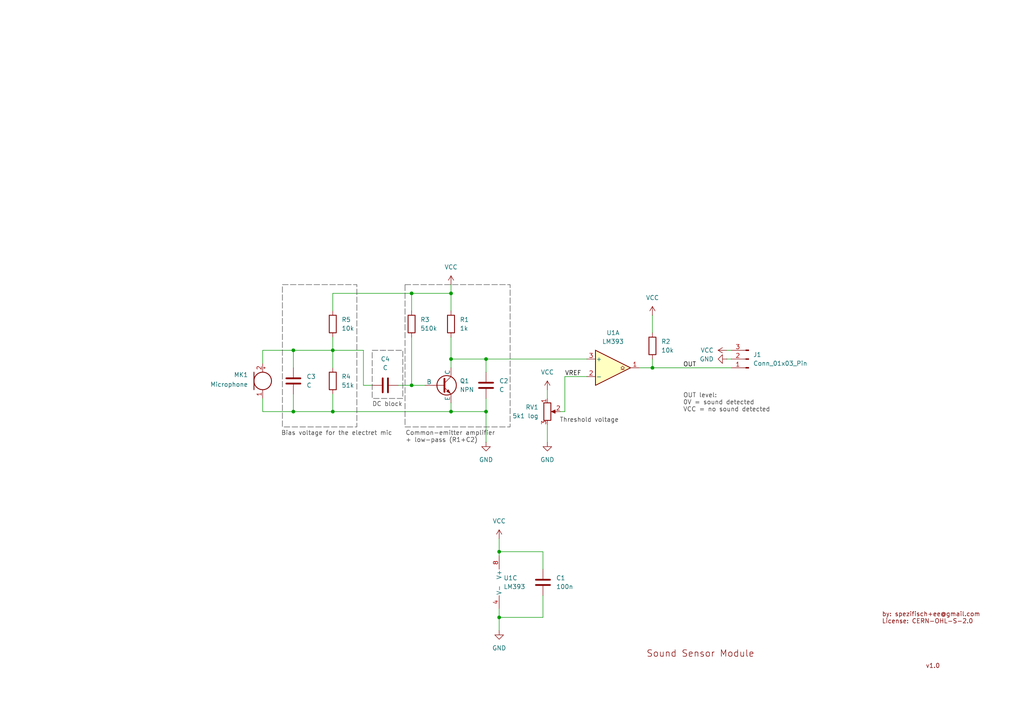
<source format=kicad_sch>
(kicad_sch (version 20231120) (generator "eeschema") (generator_version "8.0")
  (paper "A4")
  (lib_symbols
    (symbol "Comparator:LM393" (pin_names (offset 0.127))
      (property "Reference" "U" (at 3.81 3.81 0))
      (property "Value" "LM393" (at 6.35 -3.81 0))
      (symbol "LM393_1_1"
        (polyline (pts (xy -5.08 5.08) (xy 5.08 0) (xy -5.08 -5.08) (xy -5.08 5.08)) (stroke (width 0.254)) (fill (type background)))
        (polyline (pts (xy 3.302 -0.508) (xy 2.794 -0.508) (xy 3.302 0) (xy 2.794 0.508) (xy 2.286 0) (xy 2.794 -0.508) (xy 2.286 -0.508)) (stroke (width 0.127)))
        (pin open_collector line (at 7.62 0 180) (length 2.54) (name "~") (number "1"))
        (pin input line (at -7.62 -2.54 0) (length 2.54) (name "-") (number "2"))
        (pin input line (at -7.62 2.54 0) (length 2.54) (name "+") (number "3"))
      )
      (symbol "LM393_2_1"
        (polyline (pts (xy -5.08 5.08) (xy 5.08 0) (xy -5.08 -5.08) (xy -5.08 5.08)) (stroke (width 0.254)) (fill (type background)))
        (polyline (pts (xy 3.302 -0.508) (xy 2.794 -0.508) (xy 3.302 0) (xy 2.794 0.508) (xy 2.286 0) (xy 2.794 -0.508) (xy 2.286 -0.508)) (stroke (width 0.127)))
        (pin input line (at -7.62 2.54 0) (length 2.54) (name "+") (number "5"))
        (pin input line (at -7.62 -2.54 0) (length 2.54) (name "-") (number "6"))
        (pin open_collector line (at 7.62 0 180) (length 2.54) (name "~") (number "7"))
      )
      (symbol "LM393_3_1"
        (pin power_in line (at -2.54 -7.62 90) (length 3.81) (name "V-") (number "4"))
        (pin power_in line (at -2.54 7.62 270) (length 3.81) (name "V+") (number "8"))
      )
    )
    (symbol "Connector:Conn_01x03_Pin" (pin_names (offset 1.016) hide)
      (property "Reference" "J" (at 0 5.08 0))
      (property "Value" "Conn_01x03_Pin" (at 0 -5.08 0))
      (symbol "Conn_01x03_Pin_1_1"
        (polyline (pts (xy 1.27 -2.54) (xy 0.8636 -2.54)) (stroke (width 0.1524)))
        (polyline (pts (xy 1.27 0) (xy 0.8636 0)) (stroke (width 0.1524)))
        (polyline (pts (xy 1.27 2.54) (xy 0.8636 2.54)) (stroke (width 0.1524)))
        (rectangle (start 0.8636 -2.413) (end 0 -2.667) (stroke (width 0.1524)) (fill (type outline)))
        (rectangle (start 0.8636 0.127) (end 0 -0.127) (stroke (width 0.1524)) (fill (type outline)))
        (rectangle (start 0.8636 2.667) (end 0 2.413) (stroke (width 0.1524)) (fill (type outline)))
        (pin passive line (at 5.08 2.54 180) (length 3.81) (name "Pin_1") (number "1"))
        (pin passive line (at 5.08 0 180) (length 3.81) (name "Pin_2") (number "2"))
        (pin passive line (at 5.08 -2.54 180) (length 3.81) (name "Pin_3") (number "3"))
      )
    )
    (symbol "Device:C" (pin_numbers hide) (pin_names (offset 0.254))
      (property "Reference" "C" (at 0.635 2.54 0))
      (property "Value" "C" (at 0.635 -2.54 0))
      (symbol "C_0_1"
        (polyline (pts (xy -2.032 -0.762) (xy 2.032 -0.762)) (stroke (width 0.508)))
        (polyline (pts (xy -2.032 0.762) (xy 2.032 0.762)) (stroke (width 0.508)))
      )
      (symbol "C_1_1"
        (pin passive line (at 0 3.81 270) (length 2.794) (name "~") (number "1"))
        (pin passive line (at 0 -3.81 90) (length 2.794) (name "~") (number "2"))
      )
    )
    (symbol "Device:Microphone" (pin_names (offset 0.0254) hide)
      (property "Reference" "MK" (at -3.81 1.27 0))
      (property "Value" "Microphone" (at -3.81 -0.635 0))
      (symbol "Microphone_0_1"
        (polyline (pts (xy -2.54 2.54) (xy -2.54 -2.54)) (stroke (width 0.254)))
        (polyline (pts (xy 0.254 3.81) (xy 0.762 3.81)))
        (polyline (pts (xy 0.508 4.064) (xy 0.508 3.556)))
        (circle (center 0 0) (radius 2.54) (stroke (width 0.254)))
      )
      (symbol "Microphone_1_1"
        (pin passive line (at 0 -5.08 90) (length 2.54) (name "-") (number "1"))
        (pin passive line (at 0 5.08 270) (length 2.54) (name "+") (number "2"))
      )
    )
    (symbol "Device:R" (pin_numbers hide) (pin_names (offset 0))
      (property "Reference" "R" (at 2.032 0 90))
      (property "Value" "R" (at 0 0 90))
      (symbol "R_0_1"
        (rectangle (start -1.016 -2.54) (end 1.016 2.54) (stroke (width 0.254)))
      )
      (symbol "R_1_1"
        (pin passive line (at 0 3.81 270) (length 1.27) (name "~") (number "1"))
        (pin passive line (at 0 -3.81 90) (length 1.27) (name "~") (number "2"))
      )
    )
    (symbol "Device:R_Potentiometer" (pin_names (offset 1.016) hide)
      (property "Reference" "RV" (at -4.445 0 90))
      (property "Value" "R_Potentiometer" (at -2.54 0 90))
      (symbol "R_Potentiometer_0_1"
        (polyline (pts (xy 2.54 0) (xy 1.524 0)))
        (polyline (pts (xy 1.143 0) (xy 2.286 0.508) (xy 2.286 -0.508) (xy 1.143 0)) (fill (type outline)))
        (rectangle (start 1.016 2.54) (end -1.016 -2.54) (stroke (width 0.254)))
      )
      (symbol "R_Potentiometer_1_1"
        (pin passive line (at 0 3.81 270) (length 1.27) (name "1") (number "1"))
        (pin passive line (at 3.81 0 180) (length 1.27) (name "2") (number "2"))
        (pin passive line (at 0 -3.81 90) (length 1.27) (name "3") (number "3"))
      )
    )
    (symbol "Simulation_SPICE:NPN" (pin_numbers hide) (pin_names (offset 0))
      (property "Reference" "Q" (at -2.54 7.62 0))
      (property "Value" "NPN" (at -2.54 5.08 0))
      (symbol "NPN_0_1"
        (polyline (pts (xy -2.54 0) (xy 0.635 0)) (stroke (width 0.1524)))
        (polyline (pts (xy 0.635 0.635) (xy 2.54 2.54)))
        (polyline (pts (xy 2.794 -1.27) (xy 2.794 -1.27)) (stroke (width 0.1524)))
        (polyline (pts (xy 2.794 -1.27) (xy 2.794 -1.27)) (stroke (width 0.1524)))
        (polyline (pts (xy 0.635 -0.635) (xy 2.54 -2.54) (xy 2.54 -2.54)))
        (polyline (pts (xy 0.635 1.905) (xy 0.635 -1.905) (xy 0.635 -1.905)) (stroke (width 0.508)))
        (polyline (pts (xy 1.27 -1.778) (xy 1.778 -1.27) (xy 2.286 -2.286) (xy 1.27 -1.778) (xy 1.27 -1.778)) (fill (type outline)))
        (circle (center 1.27 0) (radius 2.8194) (stroke (width 0.254)))
      )
      (symbol "NPN_1_1"
        (pin open_collector line (at 2.54 5.08 270) (length 2.54) (name "C") (number "1"))
        (pin input line (at -5.08 0 0) (length 2.54) (name "B") (number "2"))
        (pin open_emitter line (at 2.54 -5.08 90) (length 2.54) (name "E") (number "3"))
      )
    )
    (symbol "power:GND" (power) (pin_numbers hide) (pin_names (offset 0) hide)
      (property "Value" "GND" (at 0 -3.81 0))
      (symbol "GND_0_1"
        (polyline (pts (xy 0 0) (xy 0 -1.27) (xy 1.27 -1.27) (xy 0 -2.54) (xy -1.27 -1.27) (xy 0 -1.27)))
      )
      (symbol "GND_1_1"
        (pin power_in line (at 0 0 270) (length 0) (name "~") (number "1"))
      )
    )
    (symbol "power:VCC" (power) (pin_numbers hide) (pin_names (offset 0) hide)
      (property "Value" "VCC" (at 0 3.556 0))
      (symbol "VCC_0_1"
        (polyline (pts (xy -0.762 1.27) (xy 0 2.54)))
        (polyline (pts (xy 0 0) (xy 0 2.54)))
        (polyline (pts (xy 0 2.54) (xy 0.762 1.27)))
      )
      (symbol "VCC_1_1"
        (pin power_in line (at 0 0 90) (length 0) (name "~") (number "1"))
      )
    )
  )
  (junction (at 130.81 119.38))
  (junction (at 96.52 101.6))
  (junction (at 130.81 85.09))
  (junction (at 189.23 106.68))
  (junction (at 119.38 111.76))
  (junction (at 85.09 119.38))
  (junction (at 140.97 104.14))
  (junction (at 96.52 119.38))
  (junction (at 144.78 160.02))
  (junction (at 144.78 179.07))
  (junction (at 140.97 119.38))
  (junction (at 119.38 85.09))
  (junction (at 130.81 104.14))
  (junction (at 85.09 101.6))
  (wire (pts (xy 130.81 116.84) (xy 130.81 119.38)))
  (wire (pts (xy 96.52 97.79) (xy 96.52 101.6)))
  (wire (pts (xy 157.48 165.1) (xy 157.48 160.02)))
  (wire (pts (xy 96.52 101.6) (xy 96.52 106.68)))
  (wire (pts (xy 130.81 119.38) (xy 140.97 119.38)))
  (wire (pts (xy 130.81 106.68) (xy 130.81 104.14)))
  (wire (pts (xy 115.57 111.76) (xy 119.38 111.76)))
  (wire (pts (xy 140.97 104.14) (xy 140.97 107.95)))
  (wire (pts (xy 76.2 101.6) (xy 85.09 101.6)))
  (wire (pts (xy 76.2 119.38) (xy 85.09 119.38)))
  (wire (pts (xy 130.81 104.14) (xy 140.97 104.14)))
  (wire (pts (xy 189.23 91.44) (xy 189.23 96.52)))
  (wire (pts (xy 130.81 97.79) (xy 130.81 104.14)))
  (wire (pts (xy 96.52 119.38) (xy 130.81 119.38)))
  (wire (pts (xy 76.2 105.41) (xy 76.2 101.6)))
  (wire (pts (xy 158.75 128.27) (xy 158.75 123.19)))
  (wire (pts (xy 107.95 111.76) (xy 105.41 111.76)))
  (wire (pts (xy 85.09 106.68) (xy 85.09 101.6)))
  (wire (pts (xy 158.75 113.03) (xy 158.75 115.57)))
  (wire (pts (xy 163.83 119.38) (xy 162.56 119.38)))
  (wire (pts (xy 163.83 109.22) (xy 170.18 109.22)))
  (wire (pts (xy 140.97 119.38) (xy 140.97 128.27)))
  (wire (pts (xy 123.19 111.76) (xy 119.38 111.76)))
  (wire (pts (xy 210.82 104.14) (xy 212.09 104.14)))
  (wire (pts (xy 96.52 90.17) (xy 96.52 85.09)))
  (wire (pts (xy 144.78 179.07) (xy 144.78 176.53)))
  (wire (pts (xy 105.41 101.6) (xy 96.52 101.6)))
  (wire (pts (xy 96.52 114.3) (xy 96.52 119.38)))
  (wire (pts (xy 85.09 101.6) (xy 96.52 101.6)))
  (wire (pts (xy 119.38 85.09) (xy 130.81 85.09)))
  (wire (pts (xy 170.18 104.14) (xy 140.97 104.14)))
  (wire (pts (xy 189.23 104.14) (xy 189.23 106.68)))
  (wire (pts (xy 144.78 182.88) (xy 144.78 179.07)))
  (wire (pts (xy 130.81 82.55) (xy 130.81 85.09)))
  (wire (pts (xy 105.41 111.76) (xy 105.41 101.6)))
  (wire (pts (xy 144.78 156.21) (xy 144.78 160.02)))
  (wire (pts (xy 144.78 160.02) (xy 144.78 161.29)))
  (wire (pts (xy 157.48 179.07) (xy 144.78 179.07)))
  (wire (pts (xy 210.82 101.6) (xy 212.09 101.6)))
  (wire (pts (xy 130.81 85.09) (xy 130.81 90.17)))
  (wire (pts (xy 85.09 114.3) (xy 85.09 119.38)))
  (wire (pts (xy 185.42 106.68) (xy 189.23 106.68)))
  (wire (pts (xy 163.83 109.22) (xy 163.83 119.38)))
  (wire (pts (xy 140.97 115.57) (xy 140.97 119.38)))
  (wire (pts (xy 119.38 111.76) (xy 119.38 97.79)))
  (wire (pts (xy 96.52 85.09) (xy 119.38 85.09)))
  (wire (pts (xy 157.48 172.72) (xy 157.48 179.07)))
  (wire (pts (xy 119.38 90.17) (xy 119.38 85.09)))
  (wire (pts (xy 189.23 106.68) (xy 212.09 106.68)))
  (wire (pts (xy 157.48 160.02) (xy 144.78 160.02)))
  (wire (pts (xy 76.2 119.38) (xy 76.2 115.57)))
  (wire (pts (xy 85.09 119.38) (xy 96.52 119.38)))
  (rectangle (start 81.915 82.55) (end 103.505 123.825) (stroke (width 0) (type dash) (color 72 72 72 1)))
  (rectangle (start 117.475 82.55) (end 147.955 123.825) (stroke (width 0) (type dash) (color 72 72 72 1)))
  (rectangle (start 111.125 101.6) (end 111.125 101.6))
  (rectangle (start 107.95 101.6) (end 116.84 115.57) (stroke (width 0) (type dash) (color 72 72 72 1)))
  (text "by: spezifisch+ee@gmail.com\nLicense: CERN-OHL-S-2.0" (at 255.778 179.324 0) (effects (font (size 1.27 1.27)) (justify left)))
  (text "Threshold voltage" (at 162.306 121.92 0) (effects (font (size 1.27 1.27)) (justify left)))
  (text "Sound Sensor Module" (at 187.452 189.738 0) (effects (font (size 1.905 1.905)) (justify left)))
  (text "v1.0" (at 268.478 193.294 0) (effects (font (size 1.27 1.27)) (justify left)))
  (text "OUT level:\n0V = sound detected\nVCC = no sound detected" (at 198.12 116.84 0) (effects (font (size 1.27 1.27)) (justify left)))
  (text "Bias voltage for the electret mic" (at 81.534 125.73 0) (effects (font (size 1.27 1.27)) (justify left)))
  (text "Common-emitter amplifier\n+ low-pass (R1+C2)" (at 117.602 126.746 0) (effects (font (size 1.27 1.27)) (justify left)))
  (text "DC block" (at 107.95 117.348 0) (effects (font (size 1.27 1.27)) (justify left)))
  (label "OUT" (at 198.12 106.68 0))
  (label "VREF" (at 163.83 109.22 0))
  (symbol (lib_id "Device:C") (at 111.76 111.76 90) (unit 1)
    (property "Reference" "C4" (at 111.76 104.14 90))
    (property "Value" "C" (at 111.76 106.68 90))
    (property "Description" "Unpolarized capacitor" (effects (hide yes)))
  )
  (symbol (lib_id "power:VCC") (at 144.78 156.21 0) (unit 1)
    (property "Reference" "#PWR05" (effects (hide yes)))
    (property "Value" "VCC" (at 144.78 151.13 0))
    (property "Description" "Power symbol creates a global label with name \"VCC\"" (effects (hide yes)))
  )
  (symbol (lib_id "Device:R_Potentiometer") (at 158.75 119.38 0) (unit 1)
    (property "Reference" "RV1" (at 156.21 118.1099 0) (effects (justify right)))
    (property "Value" "5k1 log" (at 156.21 120.6499 0) (effects (justify right)))
    (property "Description" "Potentiometer" (effects (hide yes)))
  )
  (symbol (lib_id "power:GND") (at 140.97 128.27 0) (unit 1)
    (property "Reference" "#PWR07" (effects (hide yes)))
    (property "Value" "GND" (at 140.97 133.35 0))
    (property "Description" "Power symbol creates a global label with name \"GND\" , ground" (effects (hide yes)))
  )
  (symbol (lib_id "power:VCC") (at 189.23 91.44 0) (unit 1)
    (property "Reference" "#PWR09" (effects (hide yes)))
    (property "Value" "VCC" (at 189.23 86.36 0))
    (property "Description" "Power symbol creates a global label with name \"VCC\"" (effects (hide yes)))
  )
  (symbol (lib_id "power:VCC") (at 158.75 113.03 0) (unit 1)
    (property "Reference" "#PWR02" (effects (hide yes)))
    (property "Value" "VCC" (at 158.75 107.95 0))
    (property "Description" "Power symbol creates a global label with name \"VCC\"" (effects (hide yes)))
  )
  (symbol (lib_id "power:GND") (at 210.82 104.14 270) (unit 1)
    (property "Reference" "#PWR03" (effects (hide yes)))
    (property "Value" "GND" (at 207.01 104.1399 90) (effects (justify right)))
    (property "Description" "Power symbol creates a global label with name \"GND\" , ground" (effects (hide yes)))
  )
  (symbol (lib_id "Device:R") (at 130.81 93.98 0) (unit 1)
    (property "Reference" "R1" (at 133.35 92.7099 0) (effects (justify left)))
    (property "Value" "1k" (at 133.35 95.2499 0) (effects (justify left)))
    (property "Description" "Resistor" (effects (hide yes)))
  )
  (symbol (lib_id "Comparator:LM393") (at 147.32 168.91 0) (unit 3)
    (property "Reference" "U1" (at 146.05 167.6399 0) (effects (justify left)))
    (property "Value" "LM393" (at 146.05 170.1799 0) (effects (justify left)))
    (property "Datasheet" "http://www.ti.com/lit/ds/symlink/lm393.pdf" (effects (hide yes)))
    (property "Description" "Low-Power, Low-Offset Voltage, Dual Comparators, DIP-8/SOIC-8/TO-99-8" (effects (hide yes)))
  )
  (symbol (lib_id "Simulation_SPICE:NPN") (at 128.27 111.76 0) (unit 1)
    (property "Reference" "Q1" (at 133.35 110.4899 0) (effects (justify left)))
    (property "Value" "NPN" (at 133.35 113.0299 0) (effects (justify left)))
    (property "Datasheet" "https://ngspice.sourceforge.io/docs/ngspice-html-manual/manual.xhtml#cha_BJTs" (effects (hide yes)))
    (property "Description" "Bipolar transistor symbol for simulation only, substrate tied to the emitter" (effects (hide yes)))
    (property "Sim.Device" "NPN" (effects (hide yes)))
    (property "Sim.Type" "GUMMELPOON" (effects (hide yes)))
    (property "Sim.Pins" "1=C 2=B 3=E" (effects (hide yes)))
  )
  (symbol (lib_id "Device:C") (at 157.48 168.91 0) (unit 1)
    (property "Reference" "C1" (at 161.29 167.6399 0) (effects (justify left)))
    (property "Value" "100n" (at 161.29 170.1799 0) (effects (justify left)))
    (property "Description" "Unpolarized capacitor" (effects (hide yes)))
  )
  (symbol (lib_id "power:VCC") (at 210.82 101.6 90) (unit 1)
    (property "Reference" "#PWR04" (effects (hide yes)))
    (property "Value" "VCC" (at 207.01 101.5999 90) (effects (justify left)))
    (property "Description" "Power symbol creates a global label with name \"VCC\"" (effects (hide yes)))
  )
  (symbol (lib_id "Device:R") (at 96.52 110.49 0) (unit 1)
    (property "Reference" "R4" (at 99.06 109.2199 0) (effects (justify left)))
    (property "Value" "51k" (at 99.06 111.7599 0) (effects (justify left)))
    (property "Description" "Resistor" (effects (hide yes)))
  )
  (symbol (lib_id "Device:Microphone") (at 76.2 110.49 0) (unit 1)
    (property "Reference" "MK1" (at 67.818 108.712 0) (effects (justify left)))
    (property "Value" "Microphone" (at 60.96 111.506 0) (effects (justify left)))
    (property "Description" "Microphone" (effects (hide yes)))
  )
  (symbol (lib_id "Device:R") (at 189.23 100.33 0) (unit 1)
    (property "Reference" "R2" (at 191.77 99.0599 0) (effects (justify left)))
    (property "Value" "10k" (at 191.77 101.5999 0) (effects (justify left)))
    (property "Description" "Resistor" (effects (hide yes)))
  )
  (symbol (lib_id "Comparator:LM393") (at 177.8 106.68 0) (unit 1)
    (property "Reference" "U1" (at 177.8 96.52 0))
    (property "Value" "LM393" (at 177.8 99.06 0))
    (property "Datasheet" "http://www.ti.com/lit/ds/symlink/lm393.pdf" (effects (hide yes)))
    (property "Description" "Low-Power, Low-Offset Voltage, Dual Comparators, DIP-8/SOIC-8/TO-99-8" (effects (hide yes)))
  )
  (symbol (lib_id "Connector:Conn_01x03_Pin") (at 217.17 104.14 180) (unit 1)
    (property "Reference" "J1" (at 218.44 102.8699 0) (effects (justify right)))
    (property "Value" "Conn_01x03_Pin" (at 218.44 105.4099 0) (effects (justify right)))
    (property "Description" "Generic connector, single row, 01x03, script generated" (effects (hide yes)))
  )
  (symbol (lib_id "power:GND") (at 158.75 128.27 0) (unit 1)
    (property "Reference" "#PWR01" (effects (hide yes)))
    (property "Value" "GND" (at 158.75 133.35 0))
    (property "Description" "Power symbol creates a global label with name \"GND\" , ground" (effects (hide yes)))
  )
  (symbol (lib_id "Device:R") (at 96.52 93.98 0) (unit 1)
    (property "Reference" "R5" (at 99.06 92.7099 0) (effects (justify left)))
    (property "Value" "10k" (at 99.06 95.2499 0) (effects (justify left)))
    (property "Description" "Resistor" (effects (hide yes)))
  )
  (symbol (lib_id "power:VCC") (at 130.81 82.55 0) (unit 1)
    (property "Reference" "#PWR08" (effects (hide yes)))
    (property "Value" "VCC" (at 130.81 77.47 0))
    (property "Description" "Power symbol creates a global label with name \"VCC\"" (effects (hide yes)))
  )
  (symbol (lib_id "Device:R") (at 119.38 93.98 0) (unit 1)
    (property "Reference" "R3" (at 121.92 92.7099 0) (effects (justify left)))
    (property "Value" "510k" (at 121.92 95.2499 0) (effects (justify left)))
    (property "Description" "Resistor" (effects (hide yes)))
  )
  (symbol (lib_id "power:GND") (at 144.78 182.88 0) (unit 1)
    (property "Reference" "#PWR06" (effects (hide yes)))
    (property "Value" "GND" (at 144.78 187.96 0))
    (property "Description" "Power symbol creates a global label with name \"GND\" , ground" (effects (hide yes)))
  )
  (symbol (lib_id "Device:C") (at 140.97 111.76 0) (unit 1)
    (property "Reference" "C2" (at 144.78 110.4899 0) (effects (justify left)))
    (property "Value" "C" (at 144.78 113.0299 0) (effects (justify left)))
    (property "Description" "Unpolarized capacitor" (effects (hide yes)))
  )
  (symbol (lib_id "Device:C") (at 85.09 110.49 0) (unit 1)
    (property "Reference" "C3" (at 88.9 109.2199 0) (effects (justify left)))
    (property "Value" "C" (at 88.9 111.7599 0) (effects (justify left)))
    (property "Description" "Unpolarized capacitor" (effects (hide yes)))
  )
)
</source>
